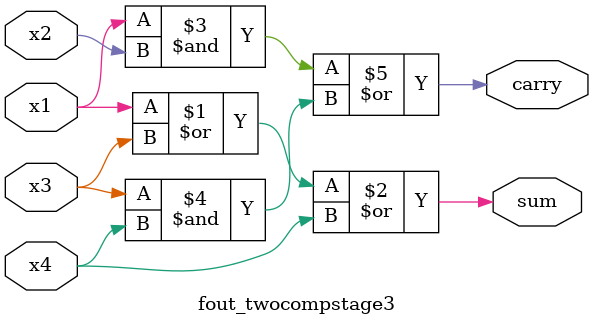
<source format=v>
module fout_twocompstage3(input x1,x2,x3,x4,output sum,carry);
assign sum = x1|x3|x4;
assign carry = (x1&x2)|(x3&x4);
endmodule
</source>
